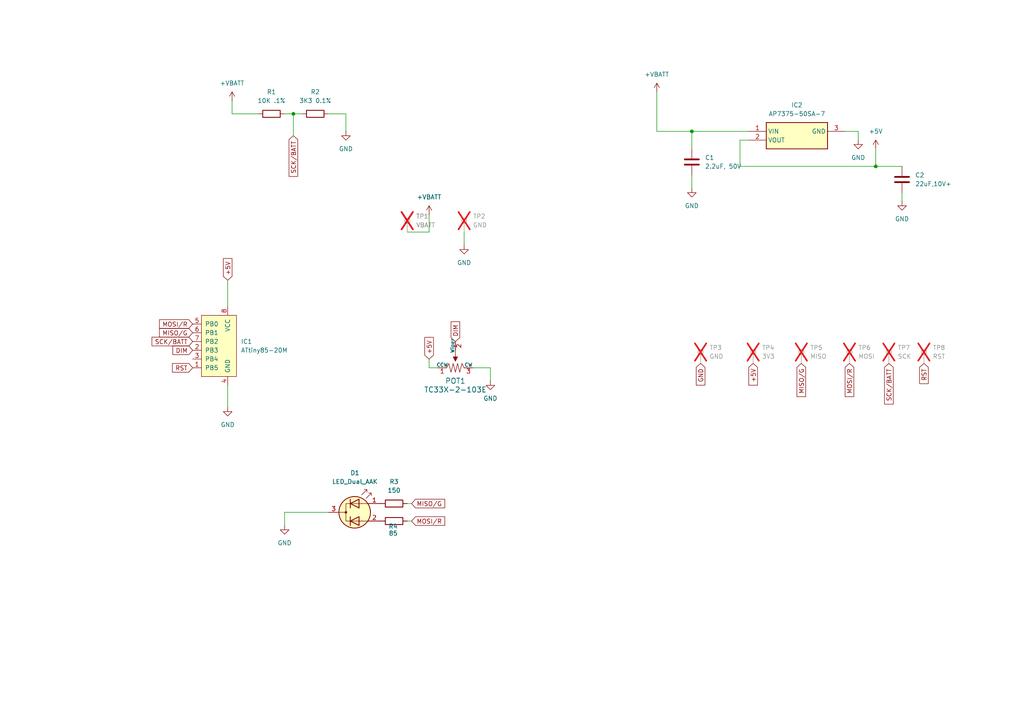
<source format=kicad_sch>
(kicad_sch (version 20231120) (generator "eeschema") (generator_version "8.0")
  (paper "A4")
  (lib_symbols
    (symbol "AP7375-33SA-7:AP7375-33SA-7"
      (property "Reference" "IC" (at 24.13 7.62 0))
      (property "Value" "AP7375-33SA-7" (at 24.13 5.08 0))
      (symbol "AP7375-33SA-7_1_1"
        (rectangle (start 5.08 2.54) (end 22.86 -5.08) (stroke (width 0.254)) (fill (type background)))
        (pin passive line (at 0 0 0) (length 5.08) (name "VIN") (number "1"))
        (pin passive line (at 0 -2.54 0) (length 5.08) (name "VOUT") (number "2"))
        (pin passive line (at 27.94 0 180) (length 5.08) (name "GND") (number "3"))
      )
    )
    (symbol "Connector:TestPoint" (pin_numbers hide) (pin_names (offset 0.762) hide)
      (property "Reference" "TP" (at 0 6.858 0))
      (property "Value" "TestPoint" (at 0 5.08 0))
      (symbol "TestPoint_0_1"
        (circle (center 0 3.302) (radius 0.762))
      )
      (symbol "TestPoint_1_1"
        (pin passive line (at 0 0 90) (length 2.54) (name "1") (number "1"))
      )
    )
    (symbol "Device:C" (pin_numbers hide) (pin_names (offset 0.254))
      (property "Reference" "C" (at 0.635 2.54 0))
      (property "Value" "C" (at 0.635 -2.54 0))
      (symbol "C_0_1"
        (polyline (pts (xy -2.032 -0.762) (xy 2.032 -0.762)) (stroke (width 0.508)))
        (polyline (pts (xy -2.032 0.762) (xy 2.032 0.762)) (stroke (width 0.508)))
      )
      (symbol "C_1_1"
        (pin passive line (at 0 3.81 270) (length 2.794) (name "~") (number "1"))
        (pin passive line (at 0 -3.81 90) (length 2.794) (name "~") (number "2"))
      )
    )
    (symbol "Device:LED_Dual_AAK" (pin_names (offset 0) hide)
      (property "Reference" "D" (at 0 5.715 0))
      (property "Value" "LED_Dual_AAK" (at 0 -6.35 0))
      (symbol "LED_Dual_AAK_0_1"
        (circle (center -2.54 0) (radius 0.2794) (fill (type outline)))
        (polyline (pts (xy -4.572 0) (xy -2.54 0)))
        (polyline (pts (xy -1.27 -1.27) (xy -1.27 -3.81)) (stroke (width 0.254)))
        (polyline (pts (xy -1.27 1.27) (xy -1.27 3.81)) (stroke (width 0.254)))
        (polyline (pts (xy 3.81 -2.54) (xy 1.905 -2.54)))
        (polyline (pts (xy 3.81 2.54) (xy 1.905 2.54)))
        (polyline (pts (xy 1.27 -3.81) (xy 1.27 -1.27) (xy -1.27 -2.54) (xy 1.27 -3.81)) (stroke (width 0.254)))
        (polyline (pts (xy 1.27 1.27) (xy 1.27 3.81) (xy -1.27 2.54) (xy 1.27 1.27)) (stroke (width 0.254)))
        (polyline (pts (xy 2.032 2.54) (xy -2.54 2.54) (xy -2.54 -2.54) (xy 2.032 -2.54)))
        (polyline (pts (xy 2.032 5.08) (xy 3.556 6.604) (xy 2.794 6.604) (xy 3.556 6.604) (xy 3.556 5.842)))
        (polyline (pts (xy 3.302 4.064) (xy 4.826 5.588) (xy 4.064 5.588) (xy 4.826 5.588) (xy 4.826 4.826)))
        (circle (center 0 0) (radius 4.572) (stroke (width 0.254)) (fill (type background)))
      )
      (symbol "LED_Dual_AAK_1_1"
        (pin input line (at 7.62 2.54 180) (length 3.81) (name "A1") (number "1"))
        (pin input line (at 7.62 -2.54 180) (length 3.81) (name "A2") (number "2"))
        (pin input line (at -7.62 0 0) (length 3.048) (name "K") (number "3"))
      )
    )
    (symbol "Device:R" (pin_numbers hide) (pin_names (offset 0))
      (property "Reference" "R" (at 2.032 0 90))
      (property "Value" "R" (at 0 0 90))
      (symbol "R_0_1"
        (rectangle (start -1.016 -2.54) (end 1.016 2.54) (stroke (width 0.254)))
      )
      (symbol "R_1_1"
        (pin passive line (at 0 3.81 270) (length 1.27) (name "~") (number "1"))
        (pin passive line (at 0 -3.81 90) (length 1.27) (name "~") (number "2"))
      )
    )
    (symbol "dk_Embedded-Microcontrollers:ATTINY85-20SU" (pin_names (offset 1.016))
      (property "Reference" "U" (at -5.08 6.35 0))
      (property "Value" "ATTINY85-20SU" (at 6.35 5.08 90))
      (symbol "ATTINY85-20SU_0_1"
        (rectangle (start -5.08 5.08) (end 5.08 -12.7) (fill (type background)))
      )
      (symbol "ATTINY85-20SU_1_1"
        (pin bidirectional line (at -7.62 -10.16 0) (length 2.54) (name "PB5") (number "1"))
        (pin bidirectional line (at -7.62 -5.08 0) (length 2.54) (name "PB3") (number "2"))
        (pin bidirectional line (at -7.62 -7.62 0) (length 2.54) (name "PB4") (number "3"))
        (pin power_in line (at 2.54 -15.24 90) (length 2.54) (name "GND") (number "4"))
        (pin bidirectional line (at -7.62 2.54 0) (length 2.54) (name "PB0") (number "5"))
        (pin bidirectional line (at -7.62 0 0) (length 2.54) (name "PB1") (number "6"))
        (pin bidirectional line (at -7.62 -2.54 0) (length 2.54) (name "PB2") (number "7"))
        (pin power_in line (at 2.54 7.62 270) (length 2.54) (name "VCC") (number "8"))
      )
    )
    (symbol "dk_Trimmer-Potentiometers:TC33X-2-103E" (pin_names (offset 0))
      (property "Reference" "POT" (at -5.334 4.318 0))
      (property "Value" "TC33X-2-103E" (at 0.254 -2.794 0))
      (symbol "TC33X-2-103E_0_1"
        (polyline (pts (xy 0 5.08) (xy 0 3.175)))
        (polyline (pts (xy -0.635 3.175) (xy 0.635 3.175) (xy 0 1.905) (xy -0.635 3.175)) (fill (type outline)))
        (polyline (pts (xy -2.54 0) (xy -1.905 1.27) (xy -1.27 -1.27) (xy -0.635 1.27) (xy 0 -1.27) (xy 0.635 1.27) (xy 1.27 -1.27) (xy 1.905 1.27) (xy 2.54 0)))
      )
      (symbol "TC33X-2-103E_1_1"
        (pin passive line (at -5.08 0 0) (length 2.54) (name "CCW") (number "1"))
        (pin passive line (at 0 7.62 270) (length 2.54) (name "Wiper") (number "2"))
        (pin passive line (at 5.08 0 180) (length 2.54) (name "CW") (number "3"))
      )
    )
    (symbol "power:+24V" (power) (pin_numbers hide) (pin_names (offset 0) hide)
      (property "Value" "+24V" (at 0 3.556 0))
      (symbol "+24V_0_1"
        (polyline (pts (xy -0.762 1.27) (xy 0 2.54)))
        (polyline (pts (xy 0 0) (xy 0 2.54)))
        (polyline (pts (xy 0 2.54) (xy 0.762 1.27)))
      )
      (symbol "+24V_1_1"
        (pin power_in line (at 0 0 90) (length 0) (name "~") (number "1"))
      )
    )
    (symbol "power:+3V3" (power) (pin_numbers hide) (pin_names (offset 0) hide)
      (property "Value" "+3V3" (at 0 3.556 0))
      (symbol "+3V3_0_1"
        (polyline (pts (xy -0.762 1.27) (xy 0 2.54)))
        (polyline (pts (xy 0 0) (xy 0 2.54)))
        (polyline (pts (xy 0 2.54) (xy 0.762 1.27)))
      )
      (symbol "+3V3_1_1"
        (pin power_in line (at 0 0 90) (length 0) (name "~") (number "1"))
      )
    )
    (symbol "power:+BATT" (power) (pin_numbers hide) (pin_names (offset 0) hide)
      (property "Value" "+BATT" (at 0 3.556 0))
      (symbol "+BATT_0_1"
        (polyline (pts (xy -0.762 1.27) (xy 0 2.54)))
        (polyline (pts (xy 0 0) (xy 0 2.54)))
        (polyline (pts (xy 0 2.54) (xy 0.762 1.27)))
      )
      (symbol "+BATT_1_1"
        (pin power_in line (at 0 0 90) (length 0) (name "~") (number "1"))
      )
    )
    (symbol "power:GND" (power) (pin_numbers hide) (pin_names (offset 0) hide)
      (property "Value" "GND" (at 0 -3.81 0))
      (symbol "GND_0_1"
        (polyline (pts (xy 0 0) (xy 0 -1.27) (xy 1.27 -1.27) (xy 0 -2.54) (xy -1.27 -1.27) (xy 0 -1.27)))
      )
      (symbol "GND_1_1"
        (pin power_in line (at 0 0 270) (length 0) (name "~") (number "1"))
      )
    )
  )
  (junction (at 85.09 33.02))
  (junction (at 200.66 38.1))
  (junction (at 254 48.26))
  (wire (pts (xy 200.66 43.18) (xy 200.66 38.1)))
  (wire (pts (xy 190.5 26.67) (xy 190.5 38.1)))
  (wire (pts (xy 100.33 38.1) (xy 100.33 33.02)))
  (wire (pts (xy 254 43.18) (xy 254 48.26)))
  (wire (pts (xy 200.66 50.8) (xy 200.66 54.61)))
  (wire (pts (xy 118.11 67.31) (xy 124.46 67.31)))
  (wire (pts (xy 245.11 38.1) (xy 248.92 38.1)))
  (wire (pts (xy 124.46 62.23) (xy 124.46 67.31)))
  (wire (pts (xy 134.62 67.31) (xy 134.62 71.12)))
  (wire (pts (xy 248.92 38.1) (xy 248.92 40.64)))
  (wire (pts (xy 82.55 148.59) (xy 82.55 152.4)))
  (wire (pts (xy 142.24 106.68) (xy 142.24 110.49)))
  (wire (pts (xy 118.11 146.05) (xy 119.38 146.05)))
  (wire (pts (xy 118.11 151.13) (xy 119.38 151.13)))
  (wire (pts (xy 254 48.26) (xy 261.62 48.26)))
  (wire (pts (xy 214.63 48.26) (xy 254 48.26)))
  (wire (pts (xy 137.16 106.68) (xy 142.24 106.68)))
  (wire (pts (xy 127 106.68) (xy 124.46 106.68)))
  (wire (pts (xy 85.09 33.02) (xy 87.63 33.02)))
  (wire (pts (xy 82.55 148.59) (xy 95.25 148.59)))
  (wire (pts (xy 261.62 55.88) (xy 261.62 58.42)))
  (wire (pts (xy 67.31 33.02) (xy 74.93 33.02)))
  (wire (pts (xy 124.46 106.68) (xy 124.46 104.14)))
  (wire (pts (xy 95.25 33.02) (xy 100.33 33.02)))
  (wire (pts (xy 85.09 33.02) (xy 85.09 39.37)))
  (wire (pts (xy 66.04 81.28) (xy 66.04 88.9)))
  (wire (pts (xy 190.5 38.1) (xy 200.66 38.1)))
  (wire (pts (xy 217.17 40.64) (xy 214.63 40.64)))
  (wire (pts (xy 214.63 40.64) (xy 214.63 48.26)))
  (wire (pts (xy 200.66 38.1) (xy 217.17 38.1)))
  (wire (pts (xy 82.55 33.02) (xy 85.09 33.02)))
  (wire (pts (xy 67.31 29.21) (xy 67.31 33.02)))
  (wire (pts (xy 66.04 111.76) (xy 66.04 118.11)))
  (global_label "DIM" (shape input) (at 55.88 101.6 180) (property "Intersheetrefs" "${INTERSHEET_REFS}" (effects (hide yes))))
  (global_label "MISO{slash}G" (shape input) (at 232.41 105.41 270) (property "Intersheetrefs" "${INTERSHEET_REFS}" (effects (hide yes))))
  (global_label "SCK{slash}BATT" (shape input) (at 55.88 99.06 180) (property "Intersheetrefs" "${INTERSHEET_REFS}" (effects (hide yes))))
  (global_label "GND" (shape input) (at 203.2 105.41 270) (property "Intersheetrefs" "${INTERSHEET_REFS}" (effects (hide yes))))
  (global_label "RST" (shape input) (at 267.97 105.41 270) (property "Intersheetrefs" "${INTERSHEET_REFS}" (effects (hide yes))))
  (global_label "DIM" (shape input) (at 132.08 99.06 90) (property "Intersheetrefs" "${INTERSHEET_REFS}" (effects (hide yes))))
  (global_label "+5V" (shape input) (at 66.04 81.28 90) (property "Intersheetrefs" "${INTERSHEET_REFS}" (effects (hide yes))))
  (global_label "+5V" (shape input) (at 124.46 104.14 90) (property "Intersheetrefs" "${INTERSHEET_REFS}" (effects (hide yes))))
  (global_label "SCK{slash}BATT" (shape input) (at 257.81 105.41 270) (property "Intersheetrefs" "${INTERSHEET_REFS}" (effects (hide yes))))
  (global_label "SCK{slash}BATT" (shape input) (at 85.09 39.37 270) (property "Intersheetrefs" "${INTERSHEET_REFS}" (effects (hide yes))))
  (global_label "RST" (shape input) (at 55.88 106.68 180) (property "Intersheetrefs" "${INTERSHEET_REFS}" (effects (hide yes))))
  (global_label "MISO{slash}G" (shape input) (at 119.38 146.05 0) (property "Intersheetrefs" "${INTERSHEET_REFS}" (effects (hide yes))))
  (global_label "MOSI{slash}R" (shape input) (at 55.88 93.98 180) (property "Intersheetrefs" "${INTERSHEET_REFS}" (effects (hide yes))))
  (global_label "+5V" (shape input) (at 218.44 105.41 270) (property "Intersheetrefs" "${INTERSHEET_REFS}" (effects (hide yes))))
  (global_label "MISO{slash}G" (shape input) (at 55.88 96.52 180) (property "Intersheetrefs" "${INTERSHEET_REFS}" (effects (hide yes))))
  (global_label "MOSI{slash}R" (shape input) (at 119.38 151.13 0) (property "Intersheetrefs" "${INTERSHEET_REFS}" (effects (hide yes))))
  (global_label "MOSI{slash}R" (shape input) (at 246.38 105.41 270) (property "Intersheetrefs" "${INTERSHEET_REFS}" (effects (hide yes))))
  (symbol (lib_id "AP7375-33SA-7:AP7375-33SA-7") (at 217.17 38.1 0) (unit 1)
    (property "Reference" "IC2" (at 231.14 30.48 0))
    (property "Value" "AP7375-50SA-7" (at 231.14 33.02 0))
    (property "Footprint" "AP7375-50SA-7" (effects (hide yes)))
    (property "Datasheet" "https://www.diodes.com/assets/Datasheets/AP7375.pdf" (effects (hide yes)))
    (property "Description" "LDO Voltage Regulators LDO CMOS LowCurr SOT23" (effects (hide yes)))
    (property "Part Number" "AP7375-50SA-7" (effects (hide yes)))
    (property "URL" "https://www.digikey.com/en/products/detail/diodes-incorporated/AP7375-50SA-7/16400218?s=N4IgjCBcpgbFoDGUBmBDANgZwKYBoQB7KAbRABYwBmKsADhAF0CAHAFyhAGU2AnASwB2AcxABfApQQhkkdNnxFSIKuQDs5Wk1YdI3PkNESQsAJzTZ83AWKQy5AAymqz7SHaceAkeIIAmAFY-C1RMayU7ED8wP3I6CGZ3XX1vI38AgJC5MMVbMio6Uwcwc0SPPS9DXxAAtSosq1zlPxaaBJ1PAx9jMAdYTOgZUIUbZXakzgARQgBXACMMHGqY0whByxzRyMcAx1KOiq608HI-c3Xh8LzwN3KUqp61NXOkS6bI2NW1cbvK7oJ6HQHA1NhF8lQAnQIbdkn9jiUniCRmCbmVYUdlqZCkirspgYxjH4%2BvALtlkdcCn46OoYZ1UtU-GoHMDSY0tmQfuj6cYALRrV5k3GRLQEgg88g494c2KtJi8gYCtkoiD%2BED%2BTRysVqSXskDfNR0eJ4EViU1AA" (effects (hide yes)))
  )
  (symbol (lib_id "power:+3V3") (at 254 43.18 0) (unit 1)
    (property "Reference" "#PWR012" (effects (hide yes)))
    (property "Value" "+5V" (at 254 38.1 0))
    (property "Description" "Power symbol creates a global label with name \"+3V3\"" (effects (hide yes)))
  )
  (symbol (lib_id "Connector:TestPoint") (at 203.2 105.41 0) (unit 1) (dnp yes)
    (property "Reference" "TP3" (at 205.74 100.8379 0) (effects (justify left)))
    (property "Value" "GND" (at 205.74 103.3779 0) (effects (justify left)))
    (property "Footprint" "Connector_PinHeader_1.00mm:PinHeader_1x01_P1.00mm_Vertical" (effects (hide yes)))
    (property "Description" "test point" (effects (hide yes)))
  )
  (symbol (lib_id "power:+BATT") (at 124.46 62.23 0) (unit 1)
    (property "Reference" "#PWR05" (effects (hide yes)))
    (property "Value" "+VBATT" (at 124.46 57.15 0))
    (property "Description" "Power symbol creates a global label with name \"+BATT\"" (effects (hide yes)))
  )
  (symbol (lib_id "power:GND") (at 66.04 118.11 0) (unit 1)
    (property "Reference" "#PWR01" (effects (hide yes)))
    (property "Value" "GND" (at 66.04 123.19 0))
    (property "Description" "Power symbol creates a global label with name \"GND\" , ground" (effects (hide yes)))
  )
  (symbol (lib_id "Connector:TestPoint") (at 218.44 105.41 0) (unit 1) (dnp yes)
    (property "Reference" "TP4" (at 220.98 100.8379 0) (effects (justify left)))
    (property "Value" "3V3" (at 220.98 103.3779 0) (effects (justify left)))
    (property "Footprint" "Connector_PinHeader_1.00mm:PinHeader_1x01_P1.00mm_Vertical" (effects (hide yes)))
    (property "Description" "test point" (effects (hide yes)))
  )
  (symbol (lib_id "Connector:TestPoint") (at 257.81 105.41 0) (unit 1) (dnp yes)
    (property "Reference" "TP7" (at 260.35 100.8379 0) (effects (justify left)))
    (property "Value" "SCK" (at 260.35 103.3779 0) (effects (justify left)))
    (property "Footprint" "Connector_PinHeader_1.00mm:PinHeader_1x01_P1.00mm_Vertical" (effects (hide yes)))
    (property "Description" "test point" (effects (hide yes)))
  )
  (symbol (lib_id "Connector:TestPoint") (at 267.97 105.41 0) (unit 1) (dnp yes)
    (property "Reference" "TP8" (at 270.51 100.8379 0) (effects (justify left)))
    (property "Value" "RST" (at 270.51 103.3779 0) (effects (justify left)))
    (property "Footprint" "Connector_PinHeader_1.00mm:PinHeader_1x01_P1.00mm_Vertical" (effects (hide yes)))
    (property "Description" "test point" (effects (hide yes)))
  )
  (symbol (lib_id "power:+24V") (at 67.31 29.21 0) (unit 1)
    (property "Reference" "#PWR02" (effects (hide yes)))
    (property "Value" "+VBATT" (at 67.31 24.13 0))
    (property "Description" "Power symbol creates a global label with name \"+24V\"" (effects (hide yes)))
  )
  (symbol (lib_id "Device:C") (at 200.66 46.99 180) (unit 1)
    (property "Reference" "C1" (at 204.47 45.7199 0) (effects (justify right)))
    (property "Value" "2.2uF, 50V" (at 204.47 48.2599 0) (effects (justify right)))
    (property "Footprint" "Capacitor_SMD:C_0805_2012Metric" (effects (hide yes)))
    (property "Description" "Unpolarized capacitor" (effects (hide yes)))
    (property "Part Number" "C2012X7R2A225K125AC" (effects (hide yes)))
    (property "URL" "https://www.digikey.com/en/products/detail/taiyo-yuden/UMK212BB7225KG-T/3194965" (effects (hide yes)))
  )
  (symbol (lib_id "power:GND") (at 82.55 152.4 0) (unit 1)
    (property "Reference" "#PWR03" (effects (hide yes)))
    (property "Value" "GND" (at 82.55 157.48 0))
    (property "Description" "Power symbol creates a global label with name \"GND\" , ground" (effects (hide yes)))
  )
  (symbol (lib_id "Connector:TestPoint") (at 246.38 105.41 0) (unit 1) (dnp yes)
    (property "Reference" "TP6" (at 248.92 100.8379 0) (effects (justify left)))
    (property "Value" "MOSI" (at 248.92 103.3779 0) (effects (justify left)))
    (property "Footprint" "Connector_PinHeader_1.00mm:PinHeader_1x01_P1.00mm_Vertical" (effects (hide yes)))
    (property "Description" "test point" (effects (hide yes)))
  )
  (symbol (lib_id "Connector:TestPoint") (at 232.41 105.41 0) (unit 1) (dnp yes)
    (property "Reference" "TP5" (at 234.95 100.8379 0) (effects (justify left)))
    (property "Value" "MISO" (at 234.95 103.3779 0) (effects (justify left)))
    (property "Footprint" "Connector_PinHeader_1.00mm:PinHeader_1x01_P1.00mm_Vertical" (effects (hide yes)))
    (property "Description" "test point" (effects (hide yes)))
  )
  (symbol (lib_id "Device:C") (at 261.62 52.07 180) (unit 1)
    (property "Reference" "C2" (at 265.43 50.7999 0) (effects (justify right)))
    (property "Value" "22uF,10V+" (at 265.43 53.3399 0) (effects (justify right)))
    (property "Footprint" "Capacitor_SMD:C_0402_1005Metric" (effects (hide yes)))
    (property "Description" "Unpolarized capacitor" (effects (hide yes)))
    (property "Part Number" "GMC04X5R226M10NT" (effects (hide yes)))
    (property "URL" "https://www.digikey.com/en/products/detail/cal-chip-electronics-inc/GMC04X5R226M10NT/23571654" (effects (hide yes)))
  )
  (symbol (lib_id "power:GND") (at 248.92 40.64 0) (unit 1)
    (property "Reference" "#PWR011" (effects (hide yes)))
    (property "Value" "GND" (at 248.92 45.72 0))
    (property "Description" "Power symbol creates a global label with name \"GND\" , ground" (effects (hide yes)))
  )
  (symbol (lib_id "dk_Trimmer-Potentiometers:TC33X-2-103E") (at 132.08 106.68 0) (unit 1)
    (property "Reference" "POT1" (at 132.08 110.49 0) (effects (font (size 1.524 1.524))))
    (property "Value" "TC33X-2-103E" (at 132.08 113.03 0) (effects (font (size 1.524 1.524))))
    (property "Footprint" "digikey-footprints:Trimpot_3.8mmx3.6mm_TC33X-2-103E" (effects (hide yes)))
    (property "Datasheet" "https://www.bourns.com/docs/Product-Datasheets/TC33.pdf" (effects (hide yes)))
    (property "Description" "TRIMMER 10K OHM 0.1W J LEAD TOP" (effects (hide yes)))
    (property "MPN" "TC33X-2-103E" (effects (hide yes)))
    (property "Category" "Potentiometers, Variable Resistors" (effects (hide yes)))
    (property "Family" "Trimmer Potentiometers" (effects (hide yes)))
    (property "DK_Datasheet_Link" "https://www.bourns.com/docs/Product-Datasheets/TC33.pdf" (effects (hide yes)))
    (property "Manufacturer" "Bourns Inc." (effects (hide yes)))
    (property "Status" "Active" (effects (hide yes)))
  )
  (symbol (lib_id "Device:R") (at 78.74 33.02 90) (unit 1)
    (property "Reference" "R1" (at 78.74 26.67 90))
    (property "Value" "10K .1%" (at 78.74 29.21 90))
    (property "Footprint" "Resistor_SMD:R_0603_1608Metric" (effects (hide yes)))
    (property "Description" "Resistor" (effects (hide yes)))
    (property "Part Number" "ERA-1AEB103C" (effects (hide yes)))
    (property "URL" "https://www.digikey.com/en/products/detail/panasonic-electronic-components/ERA-1AEB103C/5035568" (effects (hide yes)))
  )
  (symbol (lib_id "power:GND") (at 261.62 58.42 0) (unit 1)
    (property "Reference" "#PWR013" (effects (hide yes)))
    (property "Value" "GND" (at 261.62 63.5 0))
    (property "Description" "Power symbol creates a global label with name \"GND\" , ground" (effects (hide yes)))
  )
  (symbol (lib_id "Device:R") (at 91.44 33.02 90) (unit 1)
    (property "Reference" "R2" (at 91.44 26.67 90))
    (property "Value" "3K3 0.1%" (at 91.44 29.21 90))
    (property "Footprint" "Resistor_SMD:R_0603_1608Metric" (effects (hide yes)))
    (property "Description" "Resistor" (effects (hide yes)))
    (property "Part Number" "ERA-1AEB332C" (effects (hide yes)))
    (property "URL" "https://www.digikey.com/en/products/detail/panasonic-electronic-components/ERA-1AEB332C/13149156?s=N4IgjCBcoExaBjKAzAhgGwM4FMA0IB7KAbRAHYBWGAFhAF18AHAFyhAGVmAnASwDsA5iAC%2B%2BAMzwQSSGix5CJcmIgMQLNp16CR%2BCpOmyc%2BIpFLKAbAE4wtVesgdu-IaPDn9KDEYWmQYywAMZAAc9EysDprOOuBkHjJe8iakMAFgenYRjlou%2BNTu0FKecsaKFNTpYWpZUdquYGS0hQaJpb4VDebumRpOdfgwVPGGSYo0MJZituG9OTFkQcOtPqQqM5F9ueBgMHHNxd7JIHA9DgAiBACuAEbo2DE71kslK36BZHGn2dH1FAEBz0OinyFE%2B62%2B-XAFGUgNGvjW1VmP3wYEswUssLapABdFcqWCen2CReRzEADoxAACADWAHkABYAW0wVXsIAAqnweMxacgALLYVCYS5ce6uAC0ECJIyx4BxEqaiAOcNI%2BX%2B8vw4sJSuJQPhIAGBuO1AkuM1ex1Mte5gClkmZFwYHlwmEQA" (effects (hide yes)))
  )
  (symbol (lib_id "Connector:TestPoint") (at 134.62 67.31 0) (unit 1) (dnp yes)
    (property "Reference" "TP2" (at 137.16 62.7379 0) (effects (justify left)))
    (property "Value" "GND" (at 137.16 65.2779 0) (effects (justify left)))
    (property "Footprint" "Connector_PinHeader_2.00mm:PinHeader_1x01_P2.00mm_Vertical" (effects (hide yes)))
    (property "Description" "test point" (effects (hide yes)))
  )
  (symbol (lib_id "power:GND") (at 134.62 71.12 0) (unit 1)
    (property "Reference" "#PWR07" (effects (hide yes)))
    (property "Value" "GND" (at 134.62 76.2 0))
    (property "Description" "Power symbol creates a global label with name \"GND\" , ground" (effects (hide yes)))
  )
  (symbol (lib_id "Device:R") (at 114.3 146.05 90) (unit 1)
    (property "Reference" "R3" (at 114.3 139.7 90))
    (property "Value" "150" (at 114.3 142.24 90))
    (property "Footprint" "Resistor_SMD:R_0603_1608Metric" (effects (hide yes)))
    (property "Description" "Resistor" (effects (hide yes)))
    (property "Part Number" "ERA-3AEB151V" (effects (hide yes)))
    (property "URL" "https://www.digikey.com/en/products/detail/panasonic-electronic-components/ERA-3AEB151V/1465834" (effects (hide yes)))
  )
  (symbol (lib_id "dk_Embedded-Microcontrollers:ATTINY85-20SU") (at 63.5 96.52 0) (unit 1)
    (property "Reference" "IC1" (at 69.85 99.0599 0) (effects (justify left)))
    (property "Value" "ATtiny85-20M" (at 69.85 101.5999 0) (effects (justify left)))
    (property "Footprint" "digikey-footprints:SOIC-8_W5.3mm" (effects (hide yes)))
    (property "Datasheet" "http://www.microchip.com/mymicrochip/filehandler.aspx?ddocname=en589894" (effects (hide yes)))
    (property "Description" "IC MCU 8BIT 8KB FLASH 8SOIC" (effects (hide yes)))
    (property "MPN" "ATTINY85-20SU" (effects (hide yes)))
    (property "Category" "Integrated Circuits (ICs)" (effects (hide yes)))
    (property "Family" "Embedded - Microcontrollers" (effects (hide yes)))
    (property "DK_Datasheet_Link" "http://www.microchip.com/mymicrochip/filehandler.aspx?ddocname=en589894" (effects (hide yes)))
    (property "DK_Detail_Page" "/product-detail/en/microchip-technology/ATTINY85-20SU/ATTINY85-20SU-ND/735470" (effects (hide yes)))
    (property "Manufacturer" "Microchip Technology" (effects (hide yes)))
    (property "Status" "Active" (effects (hide yes)))
  )
  (symbol (lib_id "Device:LED_Dual_AAK") (at 102.87 148.59 0) (unit 1)
    (property "Reference" "D1" (at 102.9335 137.16 0))
    (property "Value" "LED_Dual_AAK" (at 102.9335 139.7 0))
    (property "Footprint" "LED_THT:LED_D5.0mm-3" (effects (hide yes)))
    (property "Description" "Dual LED, common cathode on pin 3" (effects (hide yes)))
    (property "URL" "https://www.digikey.com/en/products/detail/kingbright/WP59SURKZGW/12675449" (effects (hide yes)))
    (property "Part Number" "WP59SURKZGW" (effects (hide yes)))
  )
  (symbol (lib_id "power:GND") (at 142.24 110.49 0) (unit 1)
    (property "Reference" "#PWR08" (effects (hide yes)))
    (property "Value" "GND" (at 142.24 115.57 0))
    (property "Description" "Power symbol creates a global label with name \"GND\" , ground" (effects (hide yes)))
  )
  (symbol (lib_id "Connector:TestPoint") (at 118.11 67.31 0) (unit 1) (dnp yes)
    (property "Reference" "TP1" (at 120.65 62.7379 0) (effects (justify left)))
    (property "Value" "VBATT" (at 120.65 65.2779 0) (effects (justify left)))
    (property "Footprint" "Connector_PinHeader_2.00mm:PinHeader_1x01_P2.00mm_Vertical" (effects (hide yes)))
    (property "Description" "test point" (effects (hide yes)))
  )
  (symbol (lib_id "Device:R") (at 114.3 151.13 90) (unit 1)
    (property "Reference" "R4" (at 114.046 152.654 90))
    (property "Value" "85" (at 114.046 154.686 90))
    (property "Footprint" "Resistor_SMD:R_0603_1608Metric" (effects (hide yes)))
    (property "Description" "Resistor" (effects (hide yes)))
    (property "Part Number" "ERJ-3EKF84R5V" (effects (hide yes)))
    (property "URL" "https://www.digikey.com/en/products/detail/panasonic-electronic-components/ERJ-3EKF84R5V/196495" (effects (hide yes)))
  )
  (symbol (lib_id "power:+24V") (at 190.5 26.67 0) (unit 1)
    (property "Reference" "#PWR09" (effects (hide yes)))
    (property "Value" "+VBATT" (at 190.5 21.59 0))
    (property "Description" "Power symbol creates a global label with name \"+24V\"" (effects (hide yes)))
  )
  (symbol (lib_id "power:GND") (at 200.66 54.61 0) (unit 1)
    (property "Reference" "#PWR010" (effects (hide yes)))
    (property "Value" "GND" (at 200.66 59.69 0))
    (property "Description" "Power symbol creates a global label with name \"GND\" , ground" (effects (hide yes)))
  )
  (symbol (lib_id "power:GND") (at 100.33 38.1 0) (unit 1)
    (property "Reference" "#PWR04" (effects (hide yes)))
    (property "Value" "GND" (at 100.33 43.18 0))
    (property "Description" "Power symbol creates a global label with name \"GND\" , ground" (effects (hide yes)))
  )
)
</source>
